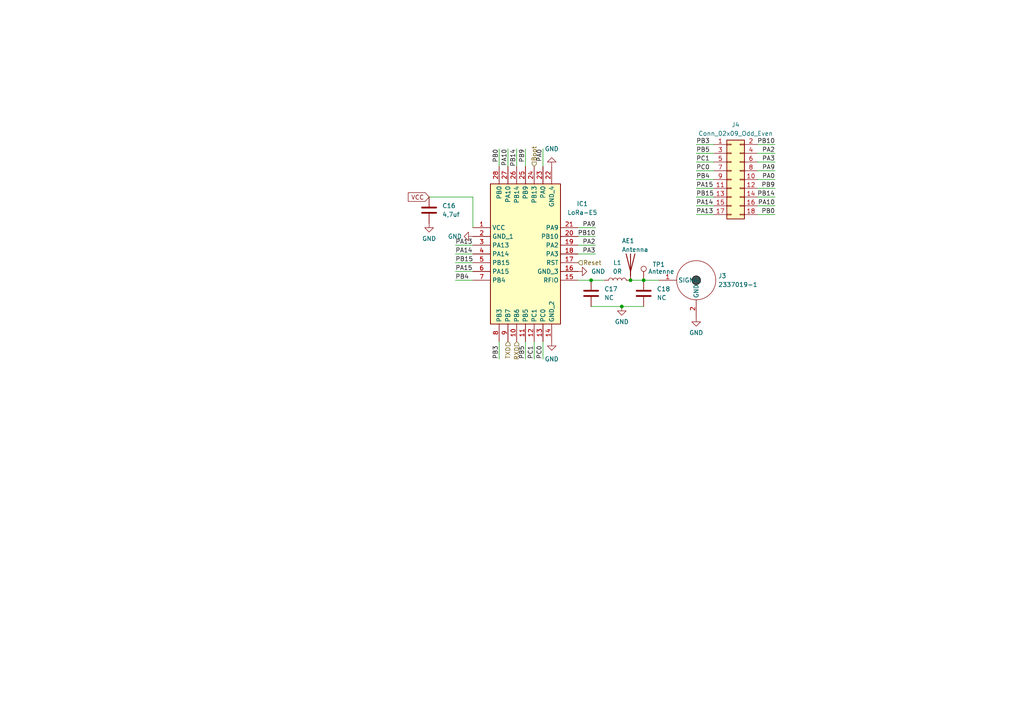
<source format=kicad_sch>
(kicad_sch (version 20230121) (generator eeschema)
  (paper "A4")
  (lib_symbols
    (symbol "2337019-1_1"
      (property "Reference" "J1" (at 27.94 13.97 0))
      (property "Value" "2337019-1" (at 27.94 11.43 0))
      (symbol "2337019-1_1_0_1"
        (circle (center 27.94 3.81) (radius 5.6796))
      )
      (symbol "2337019-1_1_1_1"
        (circle (center 27.94 3.81) (radius 1.27) (stroke (width 0) (color 0 0 0 0.7)) (fill (type outline)))
        (pin passive line (at 17.145 3.81 0) (length 5.08) (name "SIGNAL") (number "1"))
        (pin passive line (at 27.94 -6.985 90) (length 5.08) (name "GND") (number "2"))
        (pin passive line (at 27.94 -6.985 90) (length 5.08) hide (name "GND_2") (number "3"))
      )
    )
    (symbol "Connector:TestPoint" (pin_numbers hide) (pin_names (offset 0.762) hide)
      (property "Reference" "TP" (at 0 6.858 0))
      (property "Value" "TestPoint" (at 0 5.08 0))
      (symbol "TestPoint_0_1"
        (circle (center 0 3.302) (radius 0.762))
      )
      (symbol "TestPoint_1_1"
        (pin passive line (at 0 0 90) (length 2.54) (name "1") (number "1"))
      )
    )
    (symbol "Connector_Generic:Conn_02x09_Odd_Even" (pin_names (offset 1.016) hide)
      (property "Reference" "J" (at 1.27 12.7 0))
      (property "Value" "Conn_02x09_Odd_Even" (at 1.27 -12.7 0))
      (symbol "Conn_02x09_Odd_Even_1_1"
        (rectangle (start -1.27 -10.033) (end 0 -10.287) (stroke (width 0.1524)))
        (rectangle (start -1.27 -7.493) (end 0 -7.747) (stroke (width 0.1524)))
        (rectangle (start -1.27 -4.953) (end 0 -5.207) (stroke (width 0.1524)))
        (rectangle (start -1.27 -2.413) (end 0 -2.667) (stroke (width 0.1524)))
        (rectangle (start -1.27 0.127) (end 0 -0.127) (stroke (width 0.1524)))
        (rectangle (start -1.27 2.667) (end 0 2.413) (stroke (width 0.1524)))
        (rectangle (start -1.27 5.207) (end 0 4.953) (stroke (width 0.1524)))
        (rectangle (start -1.27 7.747) (end 0 7.493) (stroke (width 0.1524)))
        (rectangle (start -1.27 10.287) (end 0 10.033) (stroke (width 0.1524)))
        (rectangle (start -1.27 11.43) (end 3.81 -11.43) (stroke (width 0.254)) (fill (type background)))
        (rectangle (start 3.81 -10.033) (end 2.54 -10.287) (stroke (width 0.1524)))
        (rectangle (start 3.81 -7.493) (end 2.54 -7.747) (stroke (width 0.1524)))
        (rectangle (start 3.81 -4.953) (end 2.54 -5.207) (stroke (width 0.1524)))
        (rectangle (start 3.81 -2.413) (end 2.54 -2.667) (stroke (width 0.1524)))
        (rectangle (start 3.81 0.127) (end 2.54 -0.127) (stroke (width 0.1524)))
        (rectangle (start 3.81 2.667) (end 2.54 2.413) (stroke (width 0.1524)))
        (rectangle (start 3.81 5.207) (end 2.54 4.953) (stroke (width 0.1524)))
        (rectangle (start 3.81 7.747) (end 2.54 7.493) (stroke (width 0.1524)))
        (rectangle (start 3.81 10.287) (end 2.54 10.033) (stroke (width 0.1524)))
        (pin passive line (at -5.08 10.16 0) (length 3.81) (name "Pin_1") (number "1"))
        (pin passive line (at 7.62 0 180) (length 3.81) (name "Pin_10") (number "10"))
        (pin passive line (at -5.08 -2.54 0) (length 3.81) (name "Pin_11") (number "11"))
        (pin passive line (at 7.62 -2.54 180) (length 3.81) (name "Pin_12") (number "12"))
        (pin passive line (at -5.08 -5.08 0) (length 3.81) (name "Pin_13") (number "13"))
        (pin passive line (at 7.62 -5.08 180) (length 3.81) (name "Pin_14") (number "14"))
        (pin passive line (at -5.08 -7.62 0) (length 3.81) (name "Pin_15") (number "15"))
        (pin passive line (at 7.62 -7.62 180) (length 3.81) (name "Pin_16") (number "16"))
        (pin passive line (at -5.08 -10.16 0) (length 3.81) (name "Pin_17") (number "17"))
        (pin passive line (at 7.62 -10.16 180) (length 3.81) (name "Pin_18") (number "18"))
        (pin passive line (at 7.62 10.16 180) (length 3.81) (name "Pin_2") (number "2"))
        (pin passive line (at -5.08 7.62 0) (length 3.81) (name "Pin_3") (number "3"))
        (pin passive line (at 7.62 7.62 180) (length 3.81) (name "Pin_4") (number "4"))
        (pin passive line (at -5.08 5.08 0) (length 3.81) (name "Pin_5") (number "5"))
        (pin passive line (at 7.62 5.08 180) (length 3.81) (name "Pin_6") (number "6"))
        (pin passive line (at -5.08 2.54 0) (length 3.81) (name "Pin_7") (number "7"))
        (pin passive line (at 7.62 2.54 180) (length 3.81) (name "Pin_8") (number "8"))
        (pin passive line (at -5.08 0 0) (length 3.81) (name "Pin_9") (number "9"))
      )
    )
    (symbol "Device:Antenna" (pin_numbers hide) (pin_names (offset 1.016) hide)
      (property "Reference" "AE" (at -1.905 1.905 0))
      (property "Value" "Antenna" (at -1.905 0 0))
      (symbol "Antenna_0_1"
        (polyline (pts (xy 0 2.54) (xy 0 -3.81)) (stroke (width 0.254)))
        (polyline (pts (xy 1.27 2.54) (xy 0 -2.54) (xy -1.27 2.54)) (stroke (width 0.254)))
      )
      (symbol "Antenna_1_1"
        (pin input line (at 0 -5.08 90) (length 2.54) (name "A") (number "1"))
      )
    )
    (symbol "Device:C" (pin_numbers hide) (pin_names (offset 0.254))
      (property "Reference" "C" (at 0.635 2.54 0))
      (property "Value" "C" (at 0.635 -2.54 0))
      (symbol "C_0_1"
        (polyline (pts (xy -2.032 -0.762) (xy 2.032 -0.762)) (stroke (width 0.508)))
        (polyline (pts (xy -2.032 0.762) (xy 2.032 0.762)) (stroke (width 0.508)))
      )
      (symbol "C_1_1"
        (pin passive line (at 0 3.81 270) (length 2.794) (name "~") (number "1"))
        (pin passive line (at 0 -3.81 90) (length 2.794) (name "~") (number "2"))
      )
    )
    (symbol "Device:L" (pin_numbers hide) (pin_names (offset 1.016) hide)
      (property "Reference" "L" (at -1.27 0 90))
      (property "Value" "L" (at 1.905 0 90))
      (symbol "L_0_1"
        (arc (start 0 -2.54) (mid 0.6323 -1.905) (end 0 -1.27))
        (arc (start 0 -1.27) (mid 0.6323 -0.635) (end 0 0))
        (arc (start 0 0) (mid 0.6323 0.635) (end 0 1.27))
        (arc (start 0 1.27) (mid 0.6323 1.905) (end 0 2.54))
      )
      (symbol "L_1_1"
        (pin passive line (at 0 3.81 270) (length 1.27) (name "1") (number "1"))
        (pin passive line (at 0 -3.81 90) (length 1.27) (name "2") (number "2"))
      )
    )
    (symbol "SamacSys_Parts:LoRa-E5"
      (property "Reference" "IC" (at 26.67 17.78 0))
      (property "Value" "LoRa-E5" (at 26.67 15.24 0))
      (symbol "LoRa-E5_1_1"
        (rectangle (start 5.08 12.7) (end 25.4 -27.94) (stroke (width 0.254)) (fill (type background)))
        (pin passive line (at 0 0 0) (length 5.08) (name "VCC") (number "1"))
        (pin passive line (at 12.7 -33.02 90) (length 5.08) (name "PB6") (number "10"))
        (pin passive line (at 15.24 -33.02 90) (length 5.08) (name "PB5") (number "11"))
        (pin passive line (at 17.78 -33.02 90) (length 5.08) (name "PC1") (number "12"))
        (pin passive line (at 20.32 -33.02 90) (length 5.08) (name "PC0") (number "13"))
        (pin passive line (at 22.86 -33.02 90) (length 5.08) (name "GND_2") (number "14"))
        (pin passive line (at 30.48 -15.24 180) (length 5.08) (name "RFIO") (number "15"))
        (pin passive line (at 30.48 -12.7 180) (length 5.08) (name "GND_3") (number "16"))
        (pin passive line (at 30.48 -10.16 180) (length 5.08) (name "RST") (number "17"))
        (pin passive line (at 30.48 -7.62 180) (length 5.08) (name "PA3") (number "18"))
        (pin passive line (at 30.48 -5.08 180) (length 5.08) (name "PA2") (number "19"))
        (pin passive line (at 0 -2.54 0) (length 5.08) (name "GND_1") (number "2"))
        (pin passive line (at 30.48 -2.54 180) (length 5.08) (name "PB10") (number "20"))
        (pin passive line (at 30.48 0 180) (length 5.08) (name "PA9") (number "21"))
        (pin passive line (at 22.86 17.78 270) (length 5.08) (name "GND_4") (number "22"))
        (pin passive line (at 20.32 17.78 270) (length 5.08) (name "PA0") (number "23"))
        (pin passive line (at 17.78 17.78 270) (length 5.08) (name "PB13") (number "24"))
        (pin passive line (at 15.24 17.78 270) (length 5.08) (name "PB9") (number "25"))
        (pin passive line (at 12.7 17.78 270) (length 5.08) (name "PB14") (number "26"))
        (pin passive line (at 10.16 17.78 270) (length 5.08) (name "PA10") (number "27"))
        (pin passive line (at 7.62 17.78 270) (length 5.08) (name "PB0") (number "28"))
        (pin passive line (at 0 -5.08 0) (length 5.08) (name "PA13") (number "3"))
        (pin passive line (at 0 -7.62 0) (length 5.08) (name "PA14") (number "4"))
        (pin passive line (at 0 -10.16 0) (length 5.08) (name "PB15") (number "5"))
        (pin passive line (at 0 -12.7 0) (length 5.08) (name "PA15") (number "6"))
        (pin passive line (at 0 -15.24 0) (length 5.08) (name "PB4") (number "7"))
        (pin passive line (at 7.62 -33.02 90) (length 5.08) (name "PB3") (number "8"))
        (pin passive line (at 10.16 -33.02 90) (length 5.08) (name "PB7") (number "9"))
      )
    )
    (symbol "power:GND" (power) (pin_names (offset 0))
      (property "Value" "GND" (at 0 -3.81 0))
      (symbol "GND_0_1"
        (polyline (pts (xy 0 0) (xy 0 -1.27) (xy 1.27 -1.27) (xy 0 -2.54) (xy -1.27 -1.27) (xy 0 -1.27)))
      )
      (symbol "GND_1_1"
        (pin power_in line (at 0 0 270) (length 0) hide (name "GND") (number "1"))
      )
    )
  )
  (junction (at 171.45 81.28))
  (junction (at 186.69 81.28))
  (junction (at 180.34 88.9))
  (junction (at 182.88 81.28))
  (wire (pts (xy 167.64 68.58) (xy 172.72 68.58)))
  (wire (pts (xy 207.01 46.99) (xy 201.93 46.99)))
  (wire (pts (xy 147.32 43.18) (xy 147.32 48.26)))
  (wire (pts (xy 180.34 88.9) (xy 186.69 88.9)))
  (wire (pts (xy 144.78 99.06) (xy 144.78 104.14)))
  (wire (pts (xy 207.01 44.45) (xy 201.93 44.45)))
  (wire (pts (xy 157.48 99.06) (xy 157.48 104.14)))
  (wire (pts (xy 149.86 43.18) (xy 149.86 48.26)))
  (wire (pts (xy 152.4 99.06) (xy 152.4 104.14)))
  (wire (pts (xy 219.71 41.91) (xy 224.79 41.91)))
  (wire (pts (xy 167.64 81.28) (xy 171.45 81.28)))
  (wire (pts (xy 224.79 52.07) (xy 219.71 52.07)))
  (wire (pts (xy 167.64 66.04) (xy 172.72 66.04)))
  (wire (pts (xy 201.93 57.15) (xy 207.01 57.15)))
  (wire (pts (xy 132.08 78.74) (xy 137.16 78.74)))
  (wire (pts (xy 171.45 88.9) (xy 180.34 88.9)))
  (wire (pts (xy 224.79 54.61) (xy 219.71 54.61)))
  (wire (pts (xy 201.93 54.61) (xy 207.01 54.61)))
  (wire (pts (xy 224.79 59.69) (xy 219.71 59.69)))
  (wire (pts (xy 219.71 46.99) (xy 224.79 46.99)))
  (wire (pts (xy 132.08 73.66) (xy 137.16 73.66)))
  (wire (pts (xy 132.08 71.12) (xy 137.16 71.12)))
  (wire (pts (xy 157.48 43.18) (xy 157.48 48.26)))
  (wire (pts (xy 144.78 43.18) (xy 144.78 48.26)))
  (wire (pts (xy 201.93 52.07) (xy 207.01 52.07)))
  (wire (pts (xy 152.4 43.18) (xy 152.4 48.26)))
  (wire (pts (xy 137.16 57.15) (xy 124.46 57.15)))
  (wire (pts (xy 167.64 73.66) (xy 172.72 73.66)))
  (wire (pts (xy 219.71 49.53) (xy 224.79 49.53)))
  (wire (pts (xy 224.79 57.15) (xy 219.71 57.15)))
  (wire (pts (xy 132.08 76.2) (xy 137.16 76.2)))
  (wire (pts (xy 171.45 81.28) (xy 175.26 81.28)))
  (wire (pts (xy 167.64 71.12) (xy 172.72 71.12)))
  (wire (pts (xy 201.93 62.23) (xy 207.01 62.23)))
  (wire (pts (xy 182.88 81.28) (xy 186.69 81.28)))
  (wire (pts (xy 154.94 99.06) (xy 154.94 104.14)))
  (wire (pts (xy 186.69 81.28) (xy 191.135 81.28)))
  (wire (pts (xy 132.08 81.28) (xy 137.16 81.28)))
  (wire (pts (xy 137.16 66.04) (xy 137.16 57.15)))
  (wire (pts (xy 224.79 62.23) (xy 219.71 62.23)))
  (wire (pts (xy 207.01 41.91) (xy 201.93 41.91)))
  (wire (pts (xy 207.01 49.53) (xy 201.93 49.53)))
  (wire (pts (xy 219.71 44.45) (xy 224.79 44.45)))
  (wire (pts (xy 201.93 59.69) (xy 207.01 59.69)))
  (label "PC0" (at 201.93 49.53 0))
  (label "PB3" (at 201.93 41.91 0))
  (label "PC1" (at 154.94 104.14 90))
  (label "PB14" (at 149.86 43.18 270))
  (label "PA0" (at 157.48 43.18 270))
  (label "PA2" (at 172.72 71.12 180))
  (label "PB15" (at 132.08 76.2 0))
  (label "PA15" (at 201.93 54.61 0))
  (label "PA10" (at 224.79 59.69 180))
  (label "PA2" (at 224.79 44.45 180))
  (label "PA14" (at 201.93 59.69 0))
  (label "PA14" (at 132.08 73.66 0))
  (label "PB5" (at 152.4 104.14 90))
  (label "PB10" (at 224.79 41.91 180))
  (label "PA9" (at 224.79 49.53 180))
  (label "PB9" (at 224.79 54.61 180))
  (label "PA9" (at 172.72 66.04 180))
  (label "PA0" (at 224.79 52.07 180))
  (label "PA15" (at 132.08 78.74 0))
  (label "PB15" (at 201.93 57.15 0))
  (label "PA13" (at 132.08 71.12 0))
  (label "PC0" (at 157.48 104.14 90))
  (label "PB4" (at 132.08 81.28 0))
  (label "PB9" (at 152.4 43.18 270))
  (label "PA3" (at 172.72 73.66 180))
  (label "PB0" (at 224.79 62.23 180))
  (label "PB14" (at 224.79 57.15 180))
  (label "PB3" (at 144.78 104.14 90))
  (label "PB4" (at 201.93 52.07 0))
  (label "PA3" (at 224.79 46.99 180))
  (label "PA13" (at 201.93 62.23 0))
  (label "PB5" (at 201.93 44.45 0))
  (label "PB10" (at 172.72 68.58 180))
  (label "PC1" (at 201.93 46.99 0))
  (label "PB0" (at 144.78 43.18 270))
  (label "PA10" (at 147.32 43.18 270))
  (global_label "VCC" (shape input) (at 124.46 57.15 180) (property "Intersheetrefs" "${INTERSHEET_REFS}" (effects hide)))
  (hierarchical_label "TXD" (shape input) (at 147.32 99.06 270))
  (hierarchical_label "Boot" (shape input) (at 154.94 48.26 90))
  (hierarchical_label "Reset" (shape input) (at 167.64 76.2 0))
  (hierarchical_label "RXD" (shape input) (at 149.86 99.06 270))
  (symbol (lib_id "power:GND") (at 201.93 92.075 0) (unit 1)
    (property "Reference" "#PWR030" (effects hide))
    (property "Value" "GND" (at 201.93 96.52 0))
  )
  (symbol (lib_id "power:GND") (at 180.34 88.9 0) (unit 1)
    (property "Reference" "#PWR029" (effects hide))
    (property "Value" "GND" (at 180.34 93.345 0))
  )
  (symbol (lib_id "Device:C") (at 171.45 85.09 0) (unit 1)
    (property "Reference" "C17" (at 175.26 83.82 0) (effects (justify left)))
    (property "Value" "NC" (at 175.26 86.36 0) (effects (justify left)))
    (property "Footprint" "Capacitor_SMD:C_0402_1005Metric" (effects hide))
  )
  (symbol (lib_id "Connector:TestPoint") (at 186.69 81.28 0) (unit 1)
    (property "Reference" "TP1" (at 189.23 76.708 0) (effects (justify left)))
    (property "Value" "Antenne" (at 187.96 78.74 0) (effects (justify left)))
    (property "Footprint" "TestPoint:TestPoint_Pad_D2.5mm" (effects hide))
  )
  (symbol (lib_id "power:GND") (at 160.02 99.06 0) (unit 1)
    (property "Reference" "#PWR027" (effects hide))
    (property "Value" "GND" (at 160.02 104.14 0))
  )
  (symbol (lib_id "power:GND") (at 167.64 78.74 90) (unit 1)
    (property "Reference" "#PWR028" (effects hide))
    (property "Value" "GND" (at 171.45 78.74 90) (effects (justify right)))
  )
  (symbol (lib_id "power:GND") (at 160.02 48.26 180) (unit 1)
    (property "Reference" "#PWR026" (effects hide))
    (property "Value" "GND" (at 160.02 43.18 0))
  )
  (symbol (lib_id "Connector_Generic:Conn_02x09_Odd_Even") (at 212.09 52.07 0) (unit 1)
    (property "Reference" "J4" (at 213.36 36.195 0))
    (property "Value" "Conn_02x09_Odd_Even" (at 213.36 38.735 0))
    (property "Footprint" "Connector_PinHeader_2.54mm:PinHeader_2x09_P2.54mm_Vertical" (effects hide))
  )
  (symbol (lib_id "SamacSys_Parts:LoRa-E5") (at 137.16 66.04 0) (unit 1)
    (property "Reference" "IC1" (at 168.91 59.1119 0))
    (property "Value" "LoRa-E5" (at 168.91 61.6519 0))
    (property "Footprint" "LoRaE5" (effects hide))
    (property "Datasheet" "https://no.mouser.com/datasheet/2/744/LoRa_E5_module_datasheet_V1_0-2488126.pdf" (effects hide))
    (property "Height" "2.5" (effects hide))
    (property "Manufacturer_Name" "Seeed Studio" (effects hide))
    (property "Manufacturer_Part_Number" "LoRa-E5" (effects hide))
    (instances (project "wireless_Slave" (path "" (reference "IC1") (unit 1)) (path "" (reference "IC2") (unit 1))))
  )
  (symbol (lib_name "2337019-1_1") (lib_id "SamacSys_Parts:2337019-1") (at 173.99 85.09 0) (unit 1)
    (property "Reference" "J3" (at 208.28 80.0277 0) (effects (justify left)))
    (property "Value" "2337019-1" (at 208.28 82.5677 0) (effects (justify left)))
    (property "Footprint" "23370191" (effects hide))
    (property "Datasheet" "https://www.te.com/commerce/DocumentDelivery/DDEController?Action=showdoc&DocId=Customer+Drawing%7FC-2337019%7FA3%7Fpdf%7FEnglish%7FENG_CD_C-2337019_A3.pdf%7F2337019-1" (effects hide))
    (property "Height" "1.4" (effects hide))
    (property "Manufacturer_Name" "TE Connectivity" (effects hide))
    (property "Manufacturer_Part_Number" "2337019-1" (effects hide))
    (property "Mouser Part Number" "571-2337019-1" (effects hide))
    (property "Mouser Price/Stock" "https://www.mouser.co.uk/ProductDetail/TE-Connectivity/2337019-1?qs=l4Gc20tDgJIuN7nS9rJkJw%3D%3D" (effects hide))
    (property "Arrow Part Number" "2337019-1" (effects hide))
    (property "Arrow Price/Stock" "https://www.arrow.com/en/products/2337019-1/te-connectivity?region=europe" (effects hide))
    (property "JLCPCB" "C434807" (effects hide))
  )
  (symbol (lib_id "Device:C") (at 124.46 60.96 0) (unit 1)
    (property "Reference" "C16" (at 128.27 59.69 0) (effects (justify left)))
    (property "Value" "4,7uf" (at 128.27 62.23 0) (effects (justify left)))
    (property "Footprint" "Capacitor_SMD:C_0402_1005Metric" (effects hide))
  )
  (symbol (lib_id "power:GND") (at 137.16 68.58 270) (unit 1)
    (property "Reference" "#PWR025" (effects hide))
    (property "Value" "GND" (at 133.985 68.58 90) (effects (justify right)))
  )
  (symbol (lib_id "power:GND") (at 124.46 64.77 0) (unit 1)
    (property "Reference" "#PWR024" (effects hide))
    (property "Value" "GND" (at 124.46 69.215 0))
  )
  (symbol (lib_id "Device:L") (at 179.07 81.28 90) (unit 1)
    (property "Reference" "L1" (at 179.07 76.2 90))
    (property "Value" "0R" (at 179.07 78.74 90))
    (property "Footprint" "Resistor_SMD:R_0402_1005Metric" (effects hide))
    (property "JLCPCB" "C881335" (effects hide))
  )
  (symbol (lib_id "Device:Antenna") (at 182.88 76.2 0) (unit 1)
    (property "Reference" "AE1" (at 180.34 69.85 0) (effects (justify left)))
    (property "Value" "Antenna" (at 180.34 72.39 0) (effects (justify left)))
    (property "Footprint" "SELF_MADE:Event_alarm_antenna" (effects hide))
  )
  (symbol (lib_id "Device:C") (at 186.69 85.09 0) (unit 1)
    (property "Reference" "C18" (at 190.5 83.82 0) (effects (justify left)))
    (property "Value" "NC" (at 190.5 86.36 0) (effects (justify left)))
    (property "Footprint" "Capacitor_SMD:C_0402_1005Metric" (effects hide))
  )
)
</source>
